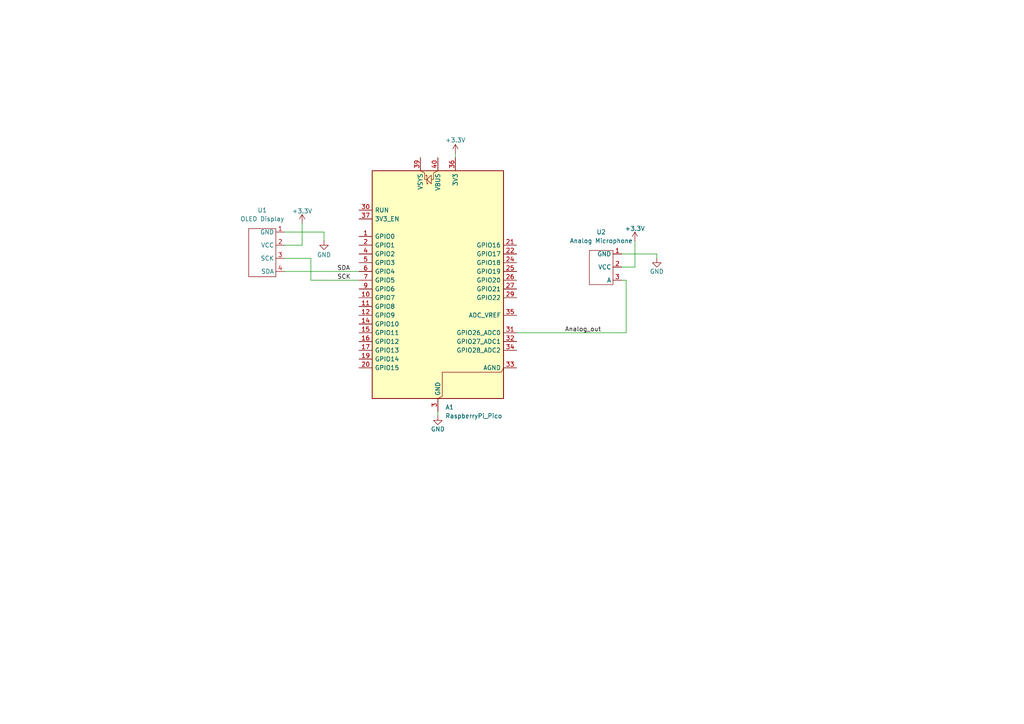
<source format=kicad_sch>
(kicad_sch (version 20250114) (generator "eeschema") (generator_version "9.0")
  (paper "A4")
  (lib_symbols
    (symbol "MCU_Module:RaspberryPi_Pico" (pin_names (offset 0.762))
      (property "Reference" "A" (at -19.05 35.56 0))
      (property "Value" "RaspberryPi_Pico" (at 7.62 35.56 0))
      (symbol "RaspberryPi_Pico_0_1"
        (rectangle (start -19.05 34.29) (end 19.05 -31.75) (stroke (width 0.254)) (fill (type background)))
        (polyline (pts (xy -5.08 34.29) (xy -3.81 33.655) (xy -3.81 31.75) (xy -3.175 31.75)))
        (polyline (pts (xy -3.429 32.766) (xy -3.429 33.02) (xy -3.175 33.02) (xy -3.175 30.48) (xy -2.921 30.48) (xy -2.921 30.734)))
        (polyline (pts (xy -3.175 31.75) (xy -1.905 33.02) (xy -1.905 30.48) (xy -3.175 31.75)))
        (polyline (pts (xy 0 34.29) (xy -1.27 33.655) (xy -1.27 31.75) (xy -1.905 31.75)))
        (polyline (pts (xy 0 -31.75) (xy 1.27 -31.115) (xy 1.27 -24.13) (xy 18.415 -24.13) (xy 19.05 -22.86)))
      )
      (symbol "RaspberryPi_Pico_1_1"
        (pin passive line (at -22.86 22.86 0) (length 3.81) (name "RUN") (number "30"))
        (pin passive line (at -22.86 20.32 0) (length 3.81) (name "3V3_EN") (number "37"))
        (pin bidirectional line (at -22.86 15.24 0) (length 3.81) (name "GPIO0") (number "1"))
        (pin bidirectional line (at -22.86 12.7 0) (length 3.81) (name "GPIO1") (number "2"))
        (pin bidirectional line (at -22.86 10.16 0) (length 3.81) (name "GPIO2") (number "4"))
        (pin bidirectional line (at -22.86 7.62 0) (length 3.81) (name "GPIO3") (number "5"))
        (pin bidirectional line (at -22.86 5.08 0) (length 3.81) (name "GPIO4") (number "6"))
        (pin bidirectional line (at -22.86 2.54 0) (length 3.81) (name "GPIO5") (number "7"))
        (pin bidirectional line (at -22.86 0 0) (length 3.81) (name "GPIO6") (number "9"))
        (pin bidirectional line (at -22.86 -2.54 0) (length 3.81) (name "GPIO7") (number "10"))
        (pin bidirectional line (at -22.86 -5.08 0) (length 3.81) (name "GPIO8") (number "11"))
        (pin bidirectional line (at -22.86 -7.62 0) (length 3.81) (name "GPIO9") (number "12"))
        (pin bidirectional line (at -22.86 -10.16 0) (length 3.81) (name "GPIO10") (number "14"))
        (pin bidirectional line (at -22.86 -12.7 0) (length 3.81) (name "GPIO11") (number "15"))
        (pin bidirectional line (at -22.86 -15.24 0) (length 3.81) (name "GPIO12") (number "16"))
        (pin bidirectional line (at -22.86 -17.78 0) (length 3.81) (name "GPIO13") (number "17"))
        (pin bidirectional line (at -22.86 -20.32 0) (length 3.81) (name "GPIO14") (number "19"))
        (pin bidirectional line (at -22.86 -22.86 0) (length 3.81) (name "GPIO15") (number "20"))
        (pin power_in line (at -5.08 38.1 270) (length 3.81) (name "VSYS") (number "39"))
        (pin power_out line (at 0 38.1 270) (length 3.81) (name "VBUS") (number "40"))
        (pin passive line (at 0 -35.56 90) (length 3.81) (hide yes) (name "GND") (number "13"))
        (pin passive line (at 0 -35.56 90) (length 3.81) (hide yes) (name "GND") (number "18"))
        (pin passive line (at 0 -35.56 90) (length 3.81) (hide yes) (name "GND") (number "23"))
        (pin passive line (at 0 -35.56 90) (length 3.81) (hide yes) (name "GND") (number "28"))
        (pin power_out line (at 0 -35.56 90) (length 3.81) (name "GND") (number "3"))
        (pin passive line (at 0 -35.56 90) (length 3.81) (hide yes) (name "GND") (number "38"))
        (pin passive line (at 0 -35.56 90) (length 3.81) (hide yes) (name "GND") (number "8"))
        (pin power_out line (at 5.08 38.1 270) (length 3.81) (name "3V3") (number "36"))
        (pin bidirectional line (at 22.86 12.7 180) (length 3.81) (name "GPIO16") (number "21"))
        (pin bidirectional line (at 22.86 10.16 180) (length 3.81) (name "GPIO17") (number "22"))
        (pin bidirectional line (at 22.86 7.62 180) (length 3.81) (name "GPIO18") (number "24"))
        (pin bidirectional line (at 22.86 5.08 180) (length 3.81) (name "GPIO19") (number "25"))
        (pin bidirectional line (at 22.86 2.54 180) (length 3.81) (name "GPIO20") (number "26"))
        (pin bidirectional line (at 22.86 0 180) (length 3.81) (name "GPIO21") (number "27"))
        (pin bidirectional line (at 22.86 -2.54 180) (length 3.81) (name "GPIO22") (number "29"))
        (pin power_in line (at 22.86 -7.62 180) (length 3.81) (name "ADC_VREF") (number "35"))
        (pin bidirectional line (at 22.86 -12.7 180) (length 3.81) (name "GPIO26_ADC0") (number "31"))
        (pin bidirectional line (at 22.86 -15.24 180) (length 3.81) (name "GPIO27_ADC1") (number "32"))
        (pin bidirectional line (at 22.86 -17.78 180) (length 3.81) (name "GPIO28_ADC2") (number "34"))
        (pin power_out line (at 22.86 -22.86 180) (length 3.81) (name "AGND") (number "33"))
      )
    )
    (symbol "Symbol_lib:OLED_I2C_Display"
      (property "Reference" "U" (at 0 1.016 0))
      (property "Value" "OLED Display" (at 0 0 0))
      (symbol "OLED_I2C_Display_0_1"
        (rectangle (start -5.334 -0.254) (end 2.54 -14.224))
      )
      (symbol "OLED_I2C_Display_1_1"
        (pin power_in line (at 5.08 -1.27 180) (length 2.54) (name "GND") (number "1"))
        (pin power_in line (at 5.08 -5.08 180) (length 2.54) (name "VCC") (number "2"))
        (pin bidirectional line (at 5.08 -8.89 180) (length 2.54) (name "SCK") (number "3"))
        (pin output line (at 5.08 -12.7 180) (length 2.54) (name "SDA") (number "4"))
      )
    )
    (symbol "Symbol_lib:S15OT421"
      (property "Reference" "U" (at 0 2.54 0))
      (property "Value" "Analog Microphone" (at 0 0 0))
      (symbol "S15OT421_0_1"
        (rectangle (start -4.318 1.016) (end 2.54 -8.89))
      )
      (symbol "S15OT421_1_1"
        (pin power_in line (at 5.08 0 180) (length 2.54) (name "GND") (number "1"))
        (pin power_in line (at 5.08 -3.81 180) (length 2.54) (name "VCC") (number "2"))
        (pin output line (at 5.08 -7.62 180) (length 2.54) (name "A") (number "3"))
      )
    )
    (symbol "power:+3.3V" (power) (pin_numbers (hide yes)) (pin_names (offset 0) (hide yes))
      (property "Value" "+3.3V" (at 0 3.556 0))
      (symbol "+3.3V_0_1"
        (polyline (pts (xy -0.762 1.27) (xy 0 2.54)))
        (polyline (pts (xy 0 2.54) (xy 0.762 1.27)))
        (polyline (pts (xy 0 0) (xy 0 2.54)))
      )
      (symbol "+3.3V_1_1"
        (pin power_in line (at 0 0 90) (length 0) (name "~") (number "1"))
      )
    )
    (symbol "power:GND" (power) (pin_numbers (hide yes)) (pin_names (offset 0) (hide yes))
      (property "Value" "GND" (at 0 -3.81 0))
      (symbol "GND_0_1"
        (polyline (pts (xy 0 0) (xy 0 -1.27) (xy 1.27 -1.27) (xy 0 -2.54) (xy -1.27 -1.27) (xy 0 -1.27)))
      )
      (symbol "GND_1_1"
        (pin power_in line (at 0 0 270) (length 0) (name "~") (number "1"))
      )
    )
  )
  (wire (pts (xy 180.34 73.66) (xy 190.5 73.66)))
  (wire (pts (xy 149.86 96.52) (xy 181.61 96.52)))
  (wire (pts (xy 87.63 71.12) (xy 87.63 64.77)))
  (wire (pts (xy 190.5 73.66) (xy 190.5 74.93)))
  (wire (pts (xy 82.55 67.31) (xy 93.98 67.31)))
  (wire (pts (xy 181.61 81.28) (xy 180.34 81.28)))
  (wire (pts (xy 184.15 77.47) (xy 184.15 69.85)))
  (wire (pts (xy 82.55 71.12) (xy 87.63 71.12)))
  (wire (pts (xy 181.61 96.52) (xy 181.61 81.28)))
  (wire (pts (xy 180.34 77.47) (xy 184.15 77.47)))
  (wire (pts (xy 132.08 44.45) (xy 132.08 45.72)))
  (wire (pts (xy 82.55 78.74) (xy 104.14 78.74)))
  (wire (pts (xy 82.55 74.93) (xy 90.17 74.93)))
  (wire (pts (xy 127 119.38) (xy 127 120.65)))
  (wire (pts (xy 93.98 67.31) (xy 93.98 69.85)))
  (wire (pts (xy 90.17 81.28) (xy 104.14 81.28)))
  (wire (pts (xy 90.17 74.93) (xy 90.17 81.28)))
  (label "SCK" (at 97.79 81.28 0))
  (label "SDA" (at 97.79 78.74 0))
  (label "Analog_out" (at 163.83 96.52 0))
  (symbol (lib_id "power:+3.3V") (at 184.15 69.85 0) (unit 1)
    (property "Reference" "#PWR05" (effects (hide yes)))
    (property "Value" "+3.3V" (at 184.15 66.294 0))
    (property "Description" "Power symbol creates a global label with name \"+3.3V\"" (effects (hide yes)))
  )
  (symbol (lib_id "power:GND") (at 93.98 69.85 0) (unit 1)
    (property "Reference" "#PWR03" (effects (hide yes)))
    (property "Value" "GND" (at 93.98 73.914 0))
    (property "Description" "Power symbol creates a global label with name \"GND\" , ground" (effects (hide yes)))
  )
  (symbol (lib_id "MCU_Module:RaspberryPi_Pico") (at 127 83.82 0) (unit 1)
    (property "Reference" "A1" (at 129.1433 118.11 0) (effects (justify left)))
    (property "Value" "RaspberryPi_Pico" (at 129.1433 120.65 0) (effects (justify left)))
    (property "Footprint" "Module:RaspberryPi_Pico_Common_Unspecified" (effects (hide yes)))
    (property "Datasheet" "https://datasheets.raspberrypi.com/pico/pico-datasheet.pdf" (effects (hide yes)))
    (property "Description" "Versatile and inexpensive microcontroller module powered by RP2040 dual-core Arm Cortex-M0+ processor up to 133 MHz, 264kB SRAM, 2MB QSPI flash; also supports Raspberry Pi Pico 2" (effects (hide yes)))
  )
  (symbol (lib_id "Symbol_lib:S15OT421") (at 175.26 73.66 0) (unit 1)
    (property "Reference" "U2" (at 174.371 67.31 0))
    (property "Value" "Analog Microphone" (at 174.371 69.85 0))
    (property "Datasheet" "https://let-elektronik.dk/fermion-mems-microphone-module-s15ot421breakout" (effects (hide yes)))
  )
  (symbol (lib_id "power:+3.3V") (at 87.63 64.77 0) (unit 1)
    (property "Reference" "#PWR06" (effects (hide yes)))
    (property "Value" "+3.3V" (at 87.63 61.214 0))
    (property "Description" "Power symbol creates a global label with name \"+3.3V\"" (effects (hide yes)))
  )
  (symbol (lib_id "power:GND") (at 127 120.65 0) (unit 1)
    (property "Reference" "#PWR01" (effects (hide yes)))
    (property "Value" "GND" (at 127 124.46 0))
    (property "Description" "Power symbol creates a global label with name \"GND\" , ground" (effects (hide yes)))
  )
  (symbol (lib_id "power:+3.3V") (at 132.08 44.45 0) (unit 1)
    (property "Reference" "#PWR02" (effects (hide yes)))
    (property "Value" "+3.3V" (at 132.08 40.64 0))
    (property "Description" "Power symbol creates a global label with name \"+3.3V\"" (effects (hide yes)))
  )
  (symbol (lib_id "Symbol_lib:OLED_I2C_Display") (at 77.47 66.04 0) (unit 1)
    (property "Reference" "U1" (at 76.073 60.96 0))
    (property "Value" "OLED Display" (at 76.073 63.5 0))
    (property "Datasheet" "https://www.az-delivery.de/en/products/0-91-zoll-i2c-oled-display" (effects (hide yes)))
  )
  (symbol (lib_id "power:GND") (at 190.5 74.93 0) (unit 1)
    (property "Reference" "#PWR04" (effects (hide yes)))
    (property "Value" "GND" (at 190.5 78.74 0))
    (property "Description" "Power symbol creates a global label with name \"GND\" , ground" (effects (hide yes)))
  )
)
</source>
